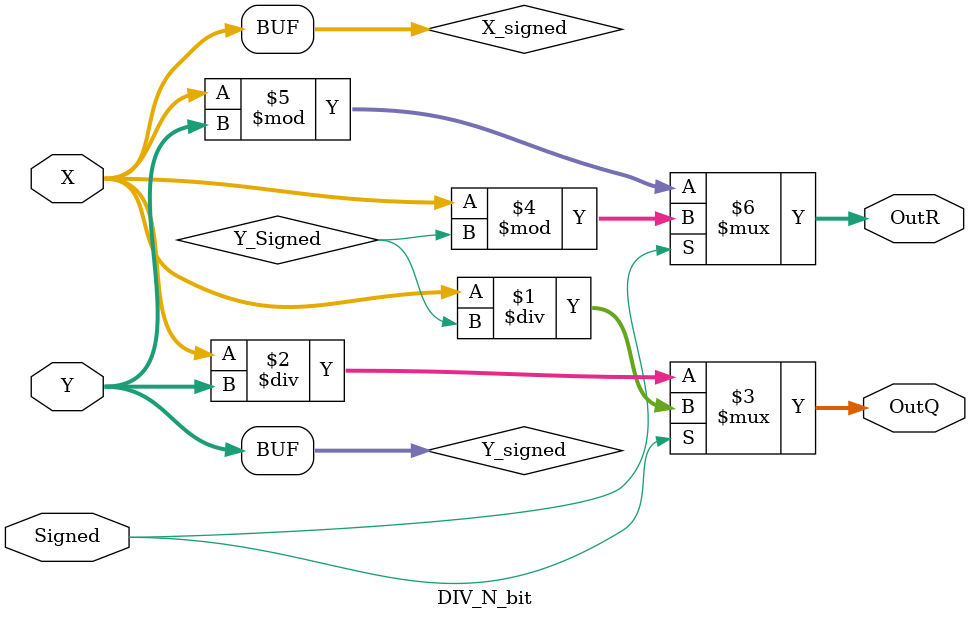
<source format=v>
module DIV_N_bit #(parameter N = 32) (X, Y, Signed, OutQ, OutR);
    input [N-1:0] X, Y;
    input Signed;
    output [N-1:0] OutQ, OutR;

    wire signed [N-1:0] X_signed = X;
    wire signed [N-1:0] Y_signed = Y;

    assign OutQ = Signed ? (X_signed / Y_Signed) : (X / Y);
    assign OutR = Signed ? (X_signed % Y_Signed) : (X % Y);
endmodule
</source>
